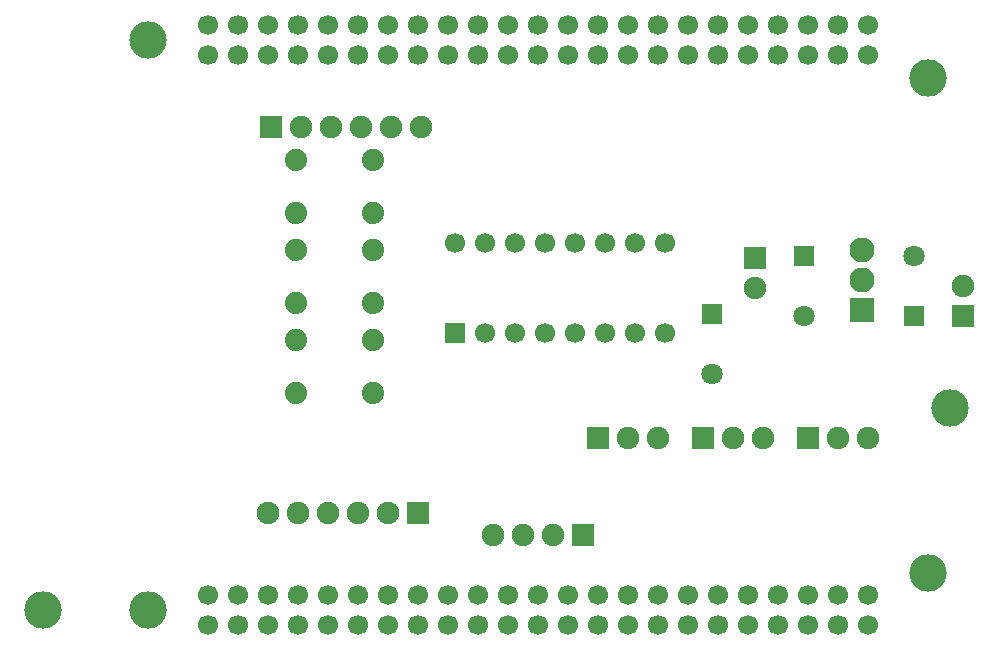
<source format=gbr>
G04 DipTrace 2.4.0.2*
%INBottomMask.gbr*%
%MOIN*%
%ADD23R,0.0669X0.0669*%
%ADD24C,0.0669*%
%ADD28C,0.074*%
%ADD29R,0.0748X0.0748*%
%ADD30C,0.0748*%
%ADD33C,0.125*%
%ADD39C,0.0828*%
%ADD40R,0.0828X0.0828*%
%ADD47R,0.071X0.071*%
%ADD49C,0.071*%
%FSLAX44Y44*%
G04*
G70*
G90*
G75*
G01*
%LNBotMask*%
%LPD*%
D49*
X31313Y15502D3*
D47*
Y17502D3*
D49*
X35001D3*
D47*
Y15502D3*
D29*
X18440Y8940D3*
D30*
X17440D3*
X16440D3*
X15440D3*
X14440D3*
X13440D3*
D29*
X13565Y21815D3*
D30*
X14565D3*
X15565D3*
X16565D3*
X17565D3*
X18565D3*
D29*
X31440Y11440D3*
D30*
X32440D3*
X33440D3*
D29*
X27940D3*
D30*
X28940D3*
X29940D3*
D29*
X24440D3*
D30*
X25440D3*
X26440D3*
D29*
X23940Y8190D3*
D30*
X22940D3*
X21940D3*
X20940D3*
D29*
X36626Y15502D3*
D30*
Y16502D3*
D24*
X11440Y6190D3*
X12440D3*
X13440D3*
X14440D3*
X15440D3*
X16440D3*
X17440D3*
X18440D3*
X19440D3*
X20440D3*
X21440D3*
X22440D3*
X23440D3*
X24440D3*
X25440D3*
X26440D3*
X27440D3*
X28440D3*
X29440D3*
X30440D3*
X31440D3*
X32440D3*
X33440D3*
Y5190D3*
X32440D3*
X31440D3*
X30440D3*
X29440D3*
X28440D3*
X27440D3*
X26440D3*
X25440D3*
X24440D3*
X23440D3*
X22440D3*
X21440D3*
X20440D3*
X19440D3*
X18440D3*
X17440D3*
X16440D3*
X15440D3*
X14440D3*
X13440D3*
X12440D3*
X11440D3*
Y25190D3*
X12440D3*
X13440D3*
X14440D3*
X15440D3*
X16440D3*
X17440D3*
X18440D3*
X19440D3*
X20440D3*
X21440D3*
X22440D3*
X23440D3*
X24440D3*
X25440D3*
X26440D3*
X27440D3*
X28440D3*
X29440D3*
X30440D3*
X31440D3*
X32440D3*
X33440D3*
Y24190D3*
X32440D3*
X31440D3*
X30440D3*
X29440D3*
X28440D3*
X27440D3*
X26440D3*
X25440D3*
X24440D3*
X23440D3*
X22440D3*
X21440D3*
X20440D3*
X19440D3*
X18440D3*
X17440D3*
X16440D3*
X15440D3*
X14440D3*
X13440D3*
X12440D3*
X11440D3*
D33*
X35440Y23440D3*
Y6940D3*
X9440Y24690D3*
Y5690D3*
D23*
X19690Y14940D3*
D24*
X20690D3*
X21690D3*
X22690D3*
X23690D3*
X24690D3*
X25690D3*
X26690D3*
Y17940D3*
X25690D3*
X24690D3*
X23690D3*
X22690D3*
X21690D3*
X20690D3*
X19690D3*
D28*
X14380Y20720D3*
X16940D3*
X14380Y18940D3*
X16940D3*
X14380Y17720D3*
X16940D3*
X14380Y15940D3*
X16940D3*
X14380Y14720D3*
X16940D3*
X14380Y12940D3*
X16940D3*
D40*
X33251Y15690D3*
D39*
Y16690D3*
Y17690D3*
D29*
X29688Y17440D3*
D30*
Y16440D3*
D49*
X28250Y13564D3*
D47*
Y15564D3*
D33*
X5940Y5690D3*
X36190Y12440D3*
M02*

</source>
